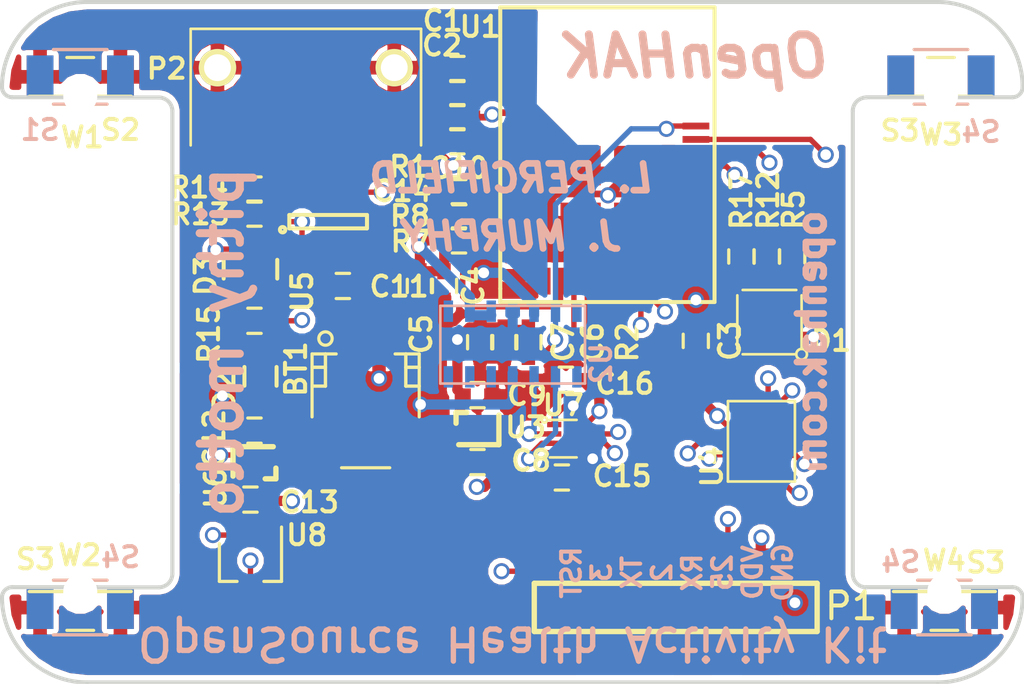
<source format=kicad_pcb>
(kicad_pcb (version 20171130) (host pcbnew "(5.0.1-3-g963ef8bb5)")
  (layers (0 F.Cu signal) (1 In1.Cu signal) (2 In2.Cu signal) (31 B.Cu signal) (34 B.Paste user hide) (35 F.Paste user hide) (36 B.SilkS user hide) (37 F.SilkS user hide) (38 B.Mask user hide) (39 F.Mask user hide) (44 Edge.Cuts user))
  (net 0 "")
  (net 1 GND)
  (net 2 VDD)
  (net 3 /SIM_RX)
  (net 4 /SIM_TX)
  (net 5 /SIM_RST)
  (net 6 "Net-(U1-Pad3)")
  (net 7 "Net-(U1-Pad5)")
  (net 8 "Net-(U1-Pad9)")
  (net 9 "Net-(U1-Pad10)")
  (net 10 "Net-(U1-Pad12)")
  (net 11 "Net-(U1-Pad13)")
  (net 12 "Net-(U1-Pad14)")
  (net 13 "Net-(U1-Pad15)")
  (net 14 "Net-(U1-Pad17)")
  (net 15 "Net-(U1-Pad20)")
  (net 16 "Net-(U1-Pad26)")
  (net 17 "Net-(U2-Pad8)")
  (net 18 "Net-(U2-Pad7)")
  (net 19 "Net-(U2-Pad6)")
  (net 20 "Net-(U2-Pad5)")
  (net 21 "Net-(U2-Pad1)")
  (net 22 "Net-(U2-Pad14)")
  (net 23 "Net-(BT1-Pad1)")
  (net 24 VPP)
  (net 25 /MAX_INT)
  (net 26 "Net-(U4-Pad11)")
  (net 27 "Net-(U4-Pad10)")
  (net 28 /BMI_INT2)
  (net 29 /BMI_INT1)
  (net 30 "Net-(U4-Pad3)")
  (net 31 "Net-(U4-Pad2)")
  (net 32 "Net-(U1-Pad29)")
  (net 33 "Net-(U1-Pad16)")
  (net 34 /B_LED)
  (net 35 /G_LED)
  (net 36 /R_LED)
  (net 37 "Net-(D1-Pad4)")
  (net 38 "Net-(D1-Pad2)")
  (net 39 "Net-(U1-Pad37)")
  (net 40 "Net-(D3-Pad3)")
  (net 41 "Net-(D3-Pad1)")
  (net 42 "Net-(P2-Pad2)")
  (net 43 "Net-(P2-Pad4)")
  (net 44 "Net-(P2-Pad3)")
  (net 45 "Net-(R13-Pad1)")
  (net 46 "Net-(R14-Pad1)")
  (net 47 "Net-(U1-Pad36)")
  (net 48 +1V8)
  (net 49 "Net-(D1-Pad3)")
  (net 50 "Net-(D3-Pad4)")
  (net 51 /1V8_SCL)
  (net 52 /3V3_SCL)
  (net 53 /1V8_SDA)
  (net 54 /3V3_SDA)
  (net 55 /V_SENSE)
  (net 56 "Net-(U1-Pad11)")
  (net 57 "Net-(U1-Pad18)")
  (net 58 "Net-(C10-Pad2)")
  (net 59 /PIN_3)
  (net 60 /PIN_2)
  (net 61 "Net-(U1-Pad31)")
  (net 62 /EN)
  (net 63 /PIN_25)
  (net 64 "Net-(U1-Pad32)")
  (module Capacitors_SMD:C_0402 (layer F.Cu) (at 130.76588 101.49386 180)
    (fp_text reference C12 (at 1.5 -0.3 270) (layer F.SilkS) (effects (font (size 0.75 0.75))))
    (fp_text value 1uF)
    (pad 2 smd rect (at 0.55 0 180) (size 0.6 0.5) (layers F.Cu F.Paste F.Mask) (net 24 VPP))
    (pad 1 smd rect (at -0.55 0 180) (size 0.6 0.5) (layers F.Cu F.Paste F.Mask) (net 1 GND))
  )
  (module "Solutions:MLF-4 1mm x 1mm" (layer F.Cu) (at 130.76588 102.69386 90)
    (fp_text reference U6 (at -0.95 -1.45 270) (layer F.SilkS) (effects (font (size 0.75 0.75))))
    (fp_text value MIC5365-3.0YMT-TZ)
    (pad 1 smd custom (at -0.3125 0.65 90) (size 0.25 0.01) (layers F.Cu F.Paste F.Mask) (net 2 VDD) (options (clearance outline) (anchor rect)) (primitives (gr_poly (pts (xy 0.125 0) (xy 0.125 -0.22) (xy -0.09 -0.4) (xy -0.125 -0.4) (xy -0.125 0)) (width 0))))
    (pad 3 smd custom (at 0.3125 -0.65 270) (size 0.25 0.01) (layers F.Cu F.Paste F.Mask) (net 62 /EN) (options (clearance outline) (anchor rect)) (primitives (gr_poly (pts (xy 0.125 0) (xy 0.125 -0.22) (xy -0.09 -0.4) (xy -0.125 -0.4) (xy -0.125 0)) (width 0))))
    (pad 2 smd custom (at 0.3125 0.65 90) (size 0.25 0.01) (layers F.Cu F.Paste F.Mask) (net 1 GND) (options (clearance outline) (anchor rect)) (primitives (gr_poly (pts (xy 0.125 0) (xy 0.125 -0.4) (xy 0.09 -0.4) (xy -0.125 -0.22) (xy -0.125 0)) (width 0))))
    (pad 4 smd custom (at -0.3125 -0.65 270) (size 0.25 0.01) (layers F.Cu F.Paste F.Mask) (net 24 VPP) (options (clearance outline) (anchor rect)) (primitives (gr_poly (pts (xy 0.125 0) (xy 0.125 -0.4) (xy 0.09 -0.4) (xy -0.125 -0.22) (xy -0.125 0)) (width 0))))
    (pad 5 smd rect (at 0 0 135) (size 0.48 0.48) (layers F.Cu F.Paste F.Mask) (net 1 GND))
  )
  (module TO_SOT_Packages_SMD:SOT-323_SC-70 (layer F.Cu) (at 130.61588 106.39386 270)
    (fp_text reference U8 (at -1 -2.1) (layer F.SilkS) (effects (font (size 0.75 0.75))))
    (fp_text value MAX809SQ308T1G)
    (pad 3 smd rect (at 1 0 180) (size 0.45 0.7) (layers F.Cu F.Paste F.Mask) (net 24 VPP))
    (pad 2 smd rect (at -1 0.65 180) (size 0.45 0.7) (layers F.Cu F.Paste F.Mask) (net 62 /EN))
    (pad 1 smd rect (at -1 -0.65 180) (size 0.45 0.7) (layers F.Cu F.Paste F.Mask) (net 1 GND))
  )
  (module Solutions:X2SON8_1.4mm_x_1mm (layer F.Cu) (at 142.29088 101.79386 270)
    (fp_text reference U7 (at -1.25 0) (layer F.SilkS) (effects (font (size 0.75 0.75))))
    (fp_text value TXS0102DQER)
    (pad 8 smd rect (at -0.525 -0.335 270) (size 0.2 0.53) (layers F.Cu F.Mask) (net 2 VDD) (clearance 0.1))
    (pad 7 smd rect (at -0.175 -0.335 270) (size 0.2 0.53) (layers F.Cu F.Mask) (net 54 /3V3_SDA) (clearance 0.1))
    (pad 6 smd rect (at 0.175 -0.335 270) (size 0.2 0.53) (layers F.Cu F.Mask) (net 52 /3V3_SCL) (clearance 0.1))
    (pad 5 smd rect (at 0.525 -0.335 270) (size 0.2 0.53) (layers F.Cu F.Mask) (net 48 +1V8) (clearance 0.1))
    (pad 4 smd rect (at 0.525 0.335 270) (size 0.2 0.53) (layers F.Cu F.Mask) (net 1 GND) (clearance 0.1))
    (pad 3 smd rect (at 0.175 0.335 270) (size 0.2 0.53) (layers F.Cu F.Mask) (net 51 /1V8_SCL) (clearance 0.1))
    (pad 2 smd rect (at -0.175 0.335 270) (size 0.2 0.53) (layers F.Cu F.Mask) (net 53 /1V8_SDA) (clearance 0.1))
    (pad 1 smd rect (at -0.525 0.335 270) (size 0.2 0.53) (layers F.Cu F.Mask) (net 48 +1V8) (clearance 0.1))
  )
  (module Solutions:MAX30100 (layer B.Cu) (at 142.80388 99.33686 90)
    (fp_text reference U2 (at 0.343725 0.900669 270) (layer B.SilkS) (effects (font (size 0.75 0.75)) (justify mirror)))
    (fp_text value MAX30100)
    (pad 14 smd rect (at 2.15 0 90) (size 0.8 0.35) (drill (offset 0.15 0)) (layers B.Cu B.Paste B.Mask) (net 22 "Net-(U2-Pad14)"))
    (pad 13 smd rect (at 2.15 -0.8 90) (size 0.8 0.35) (drill (offset 0.15 0)) (layers B.Cu B.Paste B.Mask) (net 25 /MAX_INT))
    (pad 12 smd rect (at 2.15 -1.6 90) (size 0.8 0.35) (drill (offset 0.15 0)) (layers B.Cu B.Paste B.Mask) (net 1 GND))
    (pad 11 smd rect (at 2.15 -2.4 90) (size 0.8 0.35) (drill (offset 0.15 0)) (layers B.Cu B.Paste B.Mask) (net 48 +1V8))
    (pad 10 smd rect (at 2.15 -3.2 90) (size 0.8 0.35) (drill (offset 0.15 0)) (layers B.Cu B.Paste B.Mask) (net 24 VPP))
    (pad 9 smd rect (at 2.15 -4 90) (size 0.8 0.35) (drill (offset 0.15 0)) (layers B.Cu B.Paste B.Mask) (net 24 VPP))
    (pad 8 smd rect (at 2.15 -4.8 90) (size 0.8 0.35) (drill (offset 0.15 0)) (layers B.Cu B.Paste B.Mask) (net 17 "Net-(U2-Pad8)"))
    (pad 7 smd rect (at 0 -4.8 90) (size 0.8 0.35) (drill (offset -0.15 0)) (layers B.Cu B.Paste B.Mask) (net 18 "Net-(U2-Pad7)"))
    (pad 6 smd rect (at 0 -4 90) (size 0.8 0.35) (drill (offset -0.15 0)) (layers B.Cu B.Paste B.Mask) (net 19 "Net-(U2-Pad6)"))
    (pad 5 smd rect (at 0 -3.2 90) (size 0.8 0.35) (drill (offset -0.15 0)) (layers B.Cu B.Paste B.Mask) (net 20 "Net-(U2-Pad5)"))
    (pad 4 smd rect (at 0 -2.4 90) (size 0.8 0.35) (drill (offset -0.15 0)) (layers B.Cu B.Paste B.Mask) (net 1 GND))
    (pad 3 smd rect (at 0 -1.6 90) (size 0.8 0.35) (drill (offset -0.15 0)) (layers B.Cu B.Paste B.Mask) (net 53 /1V8_SDA))
    (pad 2 smd rect (at 0 -0.8 90) (size 0.8 0.35) (drill (offset -0.15 0)) (layers B.Cu B.Paste B.Mask) (net 51 /1V8_SCL))
    (pad 1 smd rect (at 0 0 90) (size 0.8 0.35) (drill (offset -0.15 0)) (layers B.Cu B.Paste B.Mask) (net 21 "Net-(U2-Pad1)"))
  )
  (module Capacitors_SMD:C_0402 (layer F.Cu) (at 140.09088 98.19386 90)
    (fp_text reference C7 (at 0 2.2 90) (layer F.SilkS) (effects (font (size 0.75 0.75))))
    (fp_text value 0.1uF)
    (pad 1 smd rect (at -0.55 0 90) (size 0.6 0.5) (layers F.Cu F.Paste F.Mask) (net 1 GND))
    (pad 2 smd rect (at 0.55 0 90) (size 0.6 0.5) (layers F.Cu F.Paste F.Mask) (net 48 +1V8))
  )
  (module Capacitors_SMD:C_0402 (layer F.Cu) (at 139.09088 102.66886)
    (fp_text reference C8 (at 2 -0.05 180) (layer F.SilkS) (effects (font (size 0.75 0.75))))
    (fp_text value 1uF)
    (pad 2 smd rect (at 0.55 0) (size 0.6 0.5) (layers F.Cu F.Paste F.Mask) (net 2 VDD))
    (pad 1 smd rect (at -0.55 0) (size 0.6 0.5) (layers F.Cu F.Paste F.Mask) (net 1 GND))
  )
  (module Solutions:RFD77101 (layer F.Cu) (at 143.94088 91.19386)
    (fp_text reference U1 (at -4.75 -4.775) (layer F.SilkS) (effects (font (size 0.75 0.75))))
    (fp_text value rfd_77101)
    (pad 42 smd rect (at -0.76 -0.08) (size 1.01 0.49) (layers F.Cu F.Paste F.Mask) (net 1 GND))
    (pad 42 smd trapezoid (at -1.28 -0.09) (size 0.48 0.47) (rect_delta 0 0.47) (layers F.Cu F.Paste F.Mask) (net 1 GND))
    (pad 45 smd rect (at 1 0.42) (size 1.5 1.5) (layers F.Cu F.Paste F.Mask) (net 1 GND))
    (pad 44 smd rect (at 1 2.54) (size 1.5 1.5) (layers F.Cu F.Paste F.Mask) (net 1 GND))
    (pad 43 smd rect (at -1 2.54) (size 1.5 1.5) (layers F.Cu F.Paste F.Mask) (net 1 GND))
    (pad 42 smd rect (at -1 0.635) (size 1.5 1.01) (layers F.Cu F.Paste F.Mask) (net 1 GND))
    (pad 41 smd rect (at 3.305 -1.07) (size 1 0.254) (layers F.Cu F.Paste F.Mask) (net 25 /MAX_INT))
    (pad 40 smd rect (at 3.305 -0.57) (size 1 0.254) (layers F.Cu F.Paste F.Mask) (net 29 /BMI_INT1))
    (pad 39 smd rect (at 3.305 -0.07) (size 1 0.254) (layers F.Cu F.Paste F.Mask) (net 28 /BMI_INT2))
    (pad 38 smd rect (at 3.305 0.43) (size 1 0.254) (layers F.Cu F.Paste F.Mask) (net 63 /PIN_25))
    (pad 37 smd rect (at 3.305 0.93) (size 1 0.254) (layers F.Cu F.Paste F.Mask) (net 39 "Net-(U1-Pad37)"))
    (pad 36 smd rect (at 3.305 1.43) (size 1 0.254) (layers F.Cu F.Paste F.Mask) (net 47 "Net-(U1-Pad36)"))
    (pad 35 smd rect (at 3.305 1.93) (size 1 0.254) (layers F.Cu F.Paste F.Mask) (net 36 /R_LED))
    (pad 34 smd rect (at 3.305 2.43) (size 1 0.254) (layers F.Cu F.Paste F.Mask) (net 35 /G_LED))
    (pad 33 smd rect (at 3.305 2.93) (size 1 0.254) (layers F.Cu F.Paste F.Mask) (net 34 /B_LED))
    (pad 32 smd rect (at 3.305 3.43) (size 1 0.254) (layers F.Cu F.Paste F.Mask) (net 64 "Net-(U1-Pad32)"))
    (pad 31 smd rect (at 3.305 3.93) (size 1 0.254) (layers F.Cu F.Paste F.Mask) (net 61 "Net-(U1-Pad31)"))
    (pad 30 smd rect (at 3.305 4.43) (size 1 0.254) (layers F.Cu F.Paste F.Mask) (net 1 GND))
    (pad 29 smd rect (at 2.25 4.72) (size 0.254 1) (layers F.Cu F.Paste F.Mask) (net 32 "Net-(U1-Pad29)"))
    (pad 28 smd rect (at 1.75 4.72) (size 0.254 1) (layers F.Cu F.Paste F.Mask) (net 52 /3V3_SCL))
    (pad 27 smd rect (at 1.25 4.72) (size 0.254 1) (layers F.Cu F.Paste F.Mask) (net 54 /3V3_SDA))
    (pad 26 smd rect (at 0.75 4.72) (size 0.254 1) (layers F.Cu F.Paste F.Mask) (net 16 "Net-(U1-Pad26)"))
    (pad 25 smd rect (at 0.25 4.72) (size 0.254 1) (layers F.Cu F.Paste F.Mask) (net 3 /SIM_RX))
    (pad 24 smd rect (at -0.25 4.72) (size 0.254 1) (layers F.Cu F.Paste F.Mask) (net 60 /PIN_2))
    (pad 23 smd rect (at -0.75 4.72) (size 0.254 1) (layers F.Cu F.Paste F.Mask) (net 4 /SIM_TX))
    (pad 22 smd rect (at -1.25 4.72) (size 0.254 1) (layers F.Cu F.Paste F.Mask) (net 59 /PIN_3))
    (pad 21 smd rect (at -1.75 4.72) (size 0.254 1) (layers F.Cu F.Paste F.Mask) (net 55 /V_SENSE))
    (pad 20 smd rect (at -2.25 4.72) (size 0.254 1) (layers F.Cu F.Paste F.Mask) (net 15 "Net-(U1-Pad20)"))
    (pad 19 smd rect (at -3.305 4.43) (size 1 0.254) (layers F.Cu F.Paste F.Mask) (net 1 GND))
    (pad 18 smd rect (at -3.305 3.93) (size 1 0.254) (layers F.Cu F.Paste F.Mask) (net 57 "Net-(U1-Pad18)"))
    (pad 17 smd rect (at -3.305 3.43) (size 1 0.254) (layers F.Cu F.Paste F.Mask) (net 14 "Net-(U1-Pad17)"))
    (pad 16 smd rect (at -3.305 2.93) (size 1 0.254) (layers F.Cu F.Paste F.Mask) (net 33 "Net-(U1-Pad16)"))
    (pad 15 smd rect (at -3.305 2.43) (size 1 0.254) (layers F.Cu F.Paste F.Mask) (net 13 "Net-(U1-Pad15)"))
    (pad 14 smd rect (at -3.305 1.93) (size 1 0.254) (layers F.Cu F.Paste F.Mask) (net 12 "Net-(U1-Pad14)"))
    (pad 13 smd rect (at -3.305 1.43) (size 1 0.254) (layers F.Cu F.Paste F.Mask) (net 11 "Net-(U1-Pad13)"))
    (pad 12 smd rect (at -3.305 0.93) (size 1 0.254) (layers F.Cu F.Paste F.Mask) (net 10 "Net-(U1-Pad12)"))
    (pad 11 smd rect (at -3.305 0.43) (size 1 0.254) (layers F.Cu F.Paste F.Mask) (net 56 "Net-(U1-Pad11)"))
    (pad 10 smd rect (at -3.305 -0.07) (size 1 0.254) (layers F.Cu F.Paste F.Mask) (net 9 "Net-(U1-Pad10)"))
    (pad 9 smd rect (at -3.305 -0.57) (size 1 0.254) (layers F.Cu F.Paste F.Mask) (net 8 "Net-(U1-Pad9)"))
    (pad 8 smd rect (at -3.305 -1.07) (size 1 0.254) (layers F.Cu F.Paste F.Mask) (net 5 /SIM_RST))
    (pad 7 smd rect (at -3.305 -1.57) (size 1 0.254) (layers F.Cu F.Paste F.Mask) (net 2 VDD))
    (pad 6 smd rect (at -3.305 -2.07) (size 1 0.254) (layers F.Cu F.Paste F.Mask) (net 1 GND))
    (pad 5 smd rect (at -3.305 -2.57) (size 1 0.254) (layers F.Cu F.Paste F.Mask) (net 7 "Net-(U1-Pad5)"))
    (pad 4 smd rect (at -3.305 -3.07) (size 1 0.254) (layers F.Cu F.Paste F.Mask) (net 1 GND))
    (pad 3 smd rect (at -3.305 -3.57) (size 1 0.254) (layers F.Cu F.Paste F.Mask) (net 6 "Net-(U1-Pad3)"))
    (pad 2 smd rect (at -3.305 -4.07) (size 1 0.254) (layers F.Cu F.Paste F.Mask) (net 1 GND))
    (pad 1 smd rect (at -3.305 -4.57) (size 1 0.254) (layers F.Cu F.Paste F.Mask) (net 1 GND))
  )
  (module Capacitors_SMD:C_1206 (layer F.Cu) (at 156.39288 88.28786)
    (fp_text reference S3 (at -1.527 2.006) (layer F.SilkS) (effects (font (size 0.75 0.75))))
    (fp_text value C_1206)
    (pad 1 smd rect (at -1.5 0) (size 1 1.6) (layers F.Cu F.Paste F.Mask) (net 1 GND))
    (pad 2 smd rect (at 1.5 0) (size 1 1.6) (layers F.Cu F.Paste F.Mask) (net 1 GND))
  )
  (module Capacitors_SMD:C_1206 (layer B.Cu) (at 156.39288 88.28786)
    (fp_text reference S4 (at 1.498 2.056) (layer B.SilkS) (effects (font (size 0.75 0.75)) (justify mirror)))
    (fp_text value C_1206)
    (pad 1 smd rect (at -1.5 0) (size 1 1.6) (layers B.Cu B.Paste B.Mask) (net 1 GND))
    (pad 2 smd rect (at 1.5 0) (size 1 1.6) (layers B.Cu B.Paste B.Mask) (net 1 GND))
  )
  (module Capacitors_SMD:C_1206 (layer B.Cu) (at 156.51988 108.09986)
    (fp_text reference S4 (at -1.629 -1.706) (layer B.SilkS) (effects (font (size 0.75 0.75)) (justify mirror)))
    (fp_text value C_1206)
    (pad 1 smd rect (at -1.5 0) (size 1 1.6) (layers B.Cu B.Paste B.Mask) (net 1 GND))
    (pad 2 smd rect (at 1.5 0) (size 1 1.6) (layers B.Cu B.Paste B.Mask) (net 1 GND))
  )
  (module Capacitors_SMD:C_1206 (layer F.Cu) (at 156.51988 108.09986)
    (fp_text reference S3 (at 1.546 -1.681) (layer F.SilkS) (effects (font (size 0.75 0.75))))
    (fp_text value C_1206)
    (pad 1 smd rect (at -1.5 0) (size 1 1.6) (layers F.Cu F.Paste F.Mask) (net 1 GND))
    (pad 2 smd rect (at 1.5 0) (size 1 1.6) (layers F.Cu F.Paste F.Mask) (net 1 GND))
  )
  (module Capacitors_SMD:C_1206 (layer F.Cu) (at 124.26188 108.09986)
    (fp_text reference S3 (at -1.671 -1.806) (layer F.SilkS) (effects (font (size 0.75 0.75))))
    (fp_text value C_1206)
    (pad 1 smd rect (at -1.5 0) (size 1 1.6) (layers F.Cu F.Paste F.Mask) (net 1 GND))
    (pad 2 smd rect (at 1.5 0) (size 1 1.6) (layers F.Cu F.Paste F.Mask) (net 1 GND))
  )
  (module Capacitors_SMD:C_1206 (layer B.Cu) (at 124.26188 108.09986)
    (fp_text reference S4 (at 1.504 -1.881) (layer B.SilkS) (effects (font (size 0.75 0.75)) (justify mirror)))
    (fp_text value C_1206)
    (pad 1 smd rect (at -1.5 0) (size 1 1.6) (layers B.Cu B.Paste B.Mask) (net 1 GND))
    (pad 2 smd rect (at 1.5 0) (size 1 1.6) (layers B.Cu B.Paste B.Mask) (net 1 GND))
  )
  (module Capacitors_SMD:C_1206 (layer B.Cu) (at 124.26188 88.28786)
    (fp_text reference S1 (at -1.496 1.981) (layer B.SilkS) (effects (font (size 0.75 0.75)) (justify mirror)))
    (fp_text value C_1206)
    (pad 1 smd rect (at -1.5 0) (size 1 1.6) (layers B.Cu B.Paste B.Mask) (net 1 GND))
    (pad 2 smd rect (at 1.5 0) (size 1 1.6) (layers B.Cu B.Paste B.Mask) (net 1 GND))
  )
  (module Capacitors_SMD:C_0603 (layer F.Cu) (at 130.99088 99.46886 90)
    (fp_text reference D2 (at -0.55 -1.35 90) (layer F.SilkS) (effects (font (size 0.75 0.75))))
    (fp_text value D_Schottky)
    (pad 1 smd rect (at -0.75 0 90) (size 0.8 0.75) (layers F.Cu F.Paste F.Mask) (net 24 VPP))
    (pad 2 smd rect (at 0.75 0 90) (size 0.8 0.75) (layers F.Cu F.Paste F.Mask) (net 23 "Net-(BT1-Pad1)"))
  )
  (module Solutions:LGA_2.5x3 (layer F.Cu) (at 149.69088 101.89386 90)
    (fp_text reference U4 (at -0.95 -1.85 90) (layer F.SilkS) (effects (font (size 0.75 0.75))))
    (fp_text value BMI160)
    (pad 5 smd rect (at -0.5 1.0125 90) (size 0.25 0.675) (layers F.Cu F.Paste F.Mask) (net 2 VDD))
    (pad 6 smd rect (at 0 1.0125 90) (size 0.25 0.675) (layers F.Cu F.Paste F.Mask) (net 1 GND))
    (pad 7 smd rect (at 0.5 1.0125 90) (size 0.25 0.675) (layers F.Cu F.Paste F.Mask) (net 1 GND))
    (pad 12 smd rect (at 0.5 -1.0125 90) (size 0.25 0.675) (layers F.Cu F.Paste F.Mask) (net 2 VDD))
    (pad 14 smd rect (at -0.5 -1.0125 90) (size 0.25 0.675) (layers F.Cu F.Paste F.Mask) (net 54 /3V3_SDA))
    (pad 11 smd rect (at 1.2625 -0.75 90) (size 0.675 0.25) (layers F.Cu F.Paste F.Mask) (net 26 "Net-(U4-Pad11)"))
    (pad 10 smd rect (at 1.2625 -0.25 90) (size 0.675 0.25) (layers F.Cu F.Paste F.Mask) (net 27 "Net-(U4-Pad10)"))
    (pad 9 smd rect (at 1.2625 0.25 90) (size 0.675 0.25) (layers F.Cu F.Paste F.Mask) (net 28 /BMI_INT2))
    (pad 8 smd rect (at 1.2625 0.75 90) (size 0.675 0.25) (layers F.Cu F.Paste F.Mask) (net 2 VDD))
    (pad 4 smd rect (at -1.2625 0.75 90) (size 0.675 0.25) (layers F.Cu F.Paste F.Mask) (net 29 /BMI_INT1))
    (pad 3 smd rect (at -1.2625 0.25 90) (size 0.675 0.25) (layers F.Cu F.Paste F.Mask) (net 30 "Net-(U4-Pad3)"))
    (pad 2 smd rect (at -1.2625 -0.25 90) (size 0.675 0.25) (layers F.Cu F.Paste F.Mask) (net 31 "Net-(U4-Pad2)"))
    (pad 1 smd rect (at -1.2625 -0.75 90) (size 0.675 0.25) (layers F.Cu F.Paste F.Mask) (net 1 GND))
    (pad 13 smd rect (at 0 -1.0125 90) (size 0.25 0.675) (layers F.Cu F.Paste F.Mask) (net 52 /3V3_SCL))
  )
  (module Solutions:0606_Bi-Color (layer F.Cu) (at 130.59088 95.46886 270)
    (fp_text reference D3 (at 0.25 1.65 270) (layer F.SilkS) (effects (font (size 0.75 0.75))))
    (fp_text value 18-225SURSYGC/S530-A4/E4/TR8)
    (pad 4 smd rect (at 0.75 0.425 270) (size 0.8 0.65) (layers F.Cu F.Paste F.Mask) (net 50 "Net-(D3-Pad4)"))
    (pad 3 smd rect (at -0.75 0.425 270) (size 0.8 0.65) (layers F.Cu F.Paste F.Mask) (net 40 "Net-(D3-Pad3)"))
    (pad 1 smd rect (at -0.75 -0.425 270) (size 0.8 0.65) (layers F.Cu F.Paste F.Mask) (net 41 "Net-(D3-Pad1)"))
    (pad 2 smd rect (at 0.75 -0.425 270) (size 0.8 0.65) (layers F.Cu F.Paste F.Mask) (net 1 GND))
  )
  (module TO_SOT_Packages_SMD:SOT-23-5 (layer F.Cu) (at 133.51588 93.69386 90)
    (fp_text reference U5 (at -2.61 -0.97 90) (layer F.SilkS) (effects (font (size 0.75 0.75))))
    (fp_text value MCP73831T-2ATI/OT)
    (pad 1 smd rect (at -1.1 -0.95 90) (size 1.06 0.65) (layers F.Cu F.Paste F.Mask) (net 45 "Net-(R13-Pad1)"))
    (pad 2 smd rect (at -1.1 0 90) (size 1.06 0.65) (layers F.Cu F.Paste F.Mask) (net 1 GND))
    (pad 3 smd rect (at -1.1 0.95 90) (size 1.06 0.65) (layers F.Cu F.Paste F.Mask) (net 23 "Net-(BT1-Pad1)"))
    (pad 4 smd rect (at 1.1 0.95 90) (size 1.06 0.65) (layers F.Cu F.Paste F.Mask) (net 40 "Net-(D3-Pad3)"))
    (pad 5 smd rect (at 1.1 -0.95 90) (size 1.06 0.65) (layers F.Cu F.Paste F.Mask) (net 46 "Net-(R14-Pad1)"))
  )
  (module Solutions:10118193_microUSB (layer F.Cu) (at 132.68422 87.945647 180)
    (fp_text reference P2 (at 5.19654 -0.037413 180) (layer F.SilkS) (effects (font (size 0.75 0.75))))
    (fp_text value USB_OTG)
    (pad 10 thru_hole oval (at -3.3 0 180) (size 1.4 1.4) (drill 1) (layers *.Cu *.Mask F.SilkS) (net 1 GND))
    (pad 9 smd rect (at 1.2 0 180) (size 1.9 1.9) (layers F.Cu F.Paste F.Mask) (net 1 GND))
    (pad 7 smd rect (at 3.2 -2.45 180) (size 1.6 1.4) (layers F.Cu F.Paste F.Mask) (net 1 GND))
    (pad 1 smd rect (at -1.3 -2.675 180) (size 0.4 1.35) (layers F.Cu F.Paste F.Mask) (net 40 "Net-(D3-Pad3)"))
    (pad 2 smd rect (at -0.65 -2.675 180) (size 0.4 1.35) (layers F.Cu F.Paste F.Mask) (net 42 "Net-(P2-Pad2)"))
    (pad 5 smd rect (at 1.3 -2.675 180) (size 0.4 1.35) (layers F.Cu F.Paste F.Mask) (net 1 GND))
    (pad 4 smd rect (at 0.65 -2.675 180) (size 0.4 1.35) (layers F.Cu F.Paste F.Mask) (net 43 "Net-(P2-Pad4)"))
    (pad 3 smd rect (at 0 -2.675 180) (size 0.4 1.35) (layers F.Cu F.Paste F.Mask) (net 44 "Net-(P2-Pad3)"))
    (pad 6 smd rect (at -3.2 -2.45 180) (size 1.6 1.4) (layers F.Cu F.Paste F.Mask) (net 1 GND))
    (pad 8 smd rect (at -1.2 0 180) (size 1.9 1.9) (layers F.Cu F.Paste F.Mask) (net 1 GND))
    (pad 11 thru_hole oval (at 3.3 0 180) (size 1.4 1.4) (drill 1) (layers *.Cu *.Mask F.SilkS) (net 1 GND))
  )
  (module Solutions:CLMVB-FKA-CFHEHLCBB7a363 (layer F.Cu) (at 149.99088 97.443861 270)
    (fp_text reference D1 (at 0.7 -2.3 180) (layer F.SilkS) (effects (font (size 0.75 0.75))))
    (fp_text value ASMB-KTF0-0A306)
    (pad 1 smd rect (at 0.55 -0.75 270) (size 0.8 1) (layers F.Cu F.Paste F.Mask) (net 2 VDD))
    (pad 2 smd rect (at 0.55 0.75 270) (size 0.8 1) (layers F.Cu F.Paste F.Mask) (net 38 "Net-(D1-Pad2)"))
    (pad 3 smd rect (at -0.55 0.75 270) (size 0.8 1) (layers F.Cu F.Paste F.Mask) (net 49 "Net-(D1-Pad3)"))
    (pad 4 smd rect (at -0.55 -0.75 270) (size 0.8 1) (layers F.Cu F.Paste F.Mask) (net 37 "Net-(D1-Pad4)"))
  )
  (module Capacitors_SMD:C_1206 (layer F.Cu) (at 124.26188 88.28786)
    (fp_text reference S2 (at 1.504 1.981) (layer F.SilkS) (effects (font (size 0.75 0.75))))
    (fp_text value C_1206)
    (pad 1 smd rect (at -1.5 0) (size 1 1.6) (layers F.Cu F.Paste F.Mask) (net 1 GND))
    (pad 2 smd rect (at 1.5 0) (size 1 1.6) (layers F.Cu F.Paste F.Mask) (net 1 GND))
  )
  (module Solutions:Watch_Pin_50mil (layer F.Cu) (at 156.39288 88.41486)
    (fp_text reference W3 (at -0.002 2.029) (layer F.SilkS) (effects (font (size 0.75 0.75))))
    (fp_text value Watch_Pin_50mil)
    (pad "" np_thru_hole circle (at 0 0.6) (size 1.27 1.27) (drill 1.27) (layers *.Cu))
  )
  (module Solutions:Watch_Pin_50mil (layer F.Cu) (at 156.51988 108.09986 180)
    (fp_text reference W4 (at 0 1.756 180) (layer F.SilkS) (effects (font (size 0.75 0.75))))
    (fp_text value Watch_Pin_50mil)
    (pad "" np_thru_hole circle (at 0 0.6 180) (size 1.27 1.27) (drill 1.27) (layers *.Cu))
  )
  (module Solutions:Watch_Pin_50mil (layer F.Cu) (at 124.26188 108.09986 180)
    (fp_text reference W2 (at 0.021 1.956 180) (layer F.SilkS) (effects (font (size 0.75 0.75))))
    (fp_text value Watch_Pin_50mil)
    (pad "" np_thru_hole circle (at 0 0.6 180) (size 1.27 1.27) (drill 1.27) (layers *.Cu))
  )
  (module Solutions:Watch_Pin_50mil (layer F.Cu) (at 124.26188 88.41486)
    (fp_text reference W1 (at 0.079 2.129) (layer F.SilkS) (effects (font (size 0.75 0.75))))
    (fp_text value Watch_Pin_50mil)
    (pad "" np_thru_hole circle (at 0 0.6) (size 1.27 1.27) (drill 1.27) (layers *.Cu))
  )
  (module Connectors_JST:JST_SH_SM02B-SRSS-TB_02x1.00mm_Angled (layer F.Cu) (at 134.91588 100.24386)
    (fp_text reference BT1 (at -2.6 -1.05 90) (layer F.SilkS) (effects (font (size 0.75 0.75))))
    (fp_text value Battery)
    (pad 1 smd rect (at -0.5 -1.9375) (size 0.6 1.55) (layers F.Cu F.Paste F.Mask) (net 23 "Net-(BT1-Pad1)"))
    (pad 2 smd rect (at 0.5 -1.9375) (size 0.6 1.55) (layers F.Cu F.Paste F.Mask) (net 1 GND))
    (pad "" smd rect (at -1.8 1.9375) (size 1.2 1.8) (layers F.Cu F.Paste F.Mask) (net 1 GND))
    (pad "" smd rect (at 1.8 1.9375) (size 1.2 1.8) (layers F.Cu F.Paste F.Mask) (net 1 GND))
  )
  (module Capacitors_SMD:C_0402 (layer F.Cu) (at 138.34088 87.99386)
    (fp_text reference C1 (at -0.55 -1.8) (layer F.SilkS) (effects (font (size 0.75 0.75))))
    (fp_text value 0.1uF)
    (pad 2 smd rect (at 0.55 0) (size 0.6 0.5) (layers F.Cu F.Paste F.Mask) (net 2 VDD))
    (pad 1 smd rect (at -0.55 0) (size 0.6 0.5) (layers F.Cu F.Paste F.Mask) (net 1 GND))
  )
  (module Capacitors_SMD:C_0402 (layer F.Cu) (at 138.34088 88.89386)
    (fp_text reference C2 (at -0.575 -1.775) (layer F.SilkS) (effects (font (size 0.75 0.75))))
    (fp_text value 1uF)
    (pad 1 smd rect (at -0.55 0) (size 0.6 0.5) (layers F.Cu F.Paste F.Mask) (net 1 GND))
    (pad 2 smd rect (at 0.55 0) (size 0.6 0.5) (layers F.Cu F.Paste F.Mask) (net 2 VDD))
  )
  (module Capacitors_SMD:C_0402 (layer F.Cu) (at 147.24088 98.14386 270)
    (fp_text reference C3 (at 0 -1.27 270) (layer F.SilkS) (effects (font (size 0.75 0.75))))
    (fp_text value 10uF)
    (pad 2 smd rect (at 0.55 0 270) (size 0.6 0.5) (layers F.Cu F.Paste F.Mask) (net 2 VDD))
    (pad 1 smd rect (at -0.55 0 270) (size 0.6 0.5) (layers F.Cu F.Paste F.Mask) (net 1 GND))
  )
  (module Capacitors_SMD:C_0402 (layer F.Cu) (at 137.84088 96.09386 270)
    (fp_text reference C4 (at 0 -1.1 270) (layer F.SilkS) (effects (font (size 0.75 0.75))))
    (fp_text value 1uF)
    (pad 2 smd rect (at 0.55 0 270) (size 0.6 0.5) (layers F.Cu F.Paste F.Mask) (net 1 GND))
    (pad 1 smd rect (at -0.55 0 270) (size 0.6 0.5) (layers F.Cu F.Paste F.Mask) (net 24 VPP))
  )
  (module Capacitors_SMD:C_0402 (layer F.Cu) (at 136.94088 96.09386 270)
    (fp_text reference C5 (at 1.8 -0.05 270) (layer F.SilkS) (effects (font (size 0.75 0.75))))
    (fp_text value 10uF)
    (pad 1 smd rect (at -0.55 0 270) (size 0.6 0.5) (layers F.Cu F.Paste F.Mask) (net 24 VPP))
    (pad 2 smd rect (at 0.55 0 270) (size 0.6 0.5) (layers F.Cu F.Paste F.Mask) (net 1 GND))
  )
  (module Capacitors_SMD:C_0402 (layer F.Cu) (at 139.19088 98.19386 270)
    (fp_text reference C6 (at 0 -4.2 270) (layer F.SilkS) (effects (font (size 0.75 0.75))))
    (fp_text value 1uF)
    (pad 2 smd rect (at 0.55 0 270) (size 0.6 0.5) (layers F.Cu F.Paste F.Mask) (net 1 GND))
    (pad 1 smd rect (at -0.55 0 270) (size 0.6 0.5) (layers F.Cu F.Paste F.Mask) (net 48 +1V8))
  )
  (module Capacitors_SMD:C_0402 (layer F.Cu) (at 139.09088 100.16886 180)
    (fp_text reference C9 (at -1.85 0 180) (layer F.SilkS) (effects (font (size 0.75 0.75))))
    (fp_text value 1uF)
    (pad 1 smd rect (at -0.55 0 180) (size 0.6 0.5) (layers F.Cu F.Paste F.Mask) (net 1 GND))
    (pad 2 smd rect (at 0.55 0 180) (size 0.6 0.5) (layers F.Cu F.Paste F.Mask) (net 48 +1V8))
  )
  (module Capacitors_SMD:C_0402 (layer F.Cu) (at 138.34088 90.69386 180)
    (fp_text reference C10 (at -0.05 -1 180) (layer F.SilkS) (effects (font (size 0.75 0.75))))
    (fp_text value 0.1uF)
    (pad 2 smd rect (at 0.55 0 180) (size 0.6 0.5) (layers F.Cu F.Paste F.Mask) (net 58 "Net-(C10-Pad2)"))
    (pad 1 smd rect (at -0.55 0 180) (size 0.6 0.5) (layers F.Cu F.Paste F.Mask) (net 5 /SIM_RST))
  )
  (module Capacitors_SMD:C_0402 (layer F.Cu) (at 134.06588 96.09386)
    (fp_text reference C11 (at 2.0984 0.0232) (layer F.SilkS) (effects (font (size 0.75 0.75))))
    (fp_text value 10uF)
    (pad 1 smd rect (at -0.55 0) (size 0.6 0.5) (layers F.Cu F.Paste F.Mask) (net 1 GND))
    (pad 2 smd rect (at 0.55 0) (size 0.6 0.5) (layers F.Cu F.Paste F.Mask) (net 23 "Net-(BT1-Pad1)"))
  )
  (module Capacitors_SMD:C_0402 (layer F.Cu) (at 130.61588 104.06886)
    (fp_text reference C13 (at 2.2 0.1) (layer F.SilkS) (effects (font (size 0.75 0.75))))
    (fp_text value 1uF)
    (pad 1 smd rect (at -0.55 0) (size 0.6 0.5) (layers F.Cu F.Paste F.Mask) (net 1 GND))
    (pad 2 smd rect (at 0.55 0) (size 0.6 0.5) (layers F.Cu F.Paste F.Mask) (net 2 VDD))
  )
  (module Capacitors_SMD:C_0402 (layer F.Cu) (at 138.41088 92.59386)
    (fp_text reference C14 (at -2.13 -0.04) (layer F.SilkS) (effects (font (size 0.75 0.75))))
    (fp_text value 1uF)
    (pad 1 smd rect (at -0.55 0) (size 0.6 0.5) (layers F.Cu F.Paste F.Mask) (net 1 GND))
    (pad 2 smd rect (at 0.55 0) (size 0.6 0.5) (layers F.Cu F.Paste F.Mask) (net 55 /V_SENSE))
  )
  (module Capacitors_SMD:C_0402 (layer F.Cu) (at 142.24088 103.24386)
    (fp_text reference C15 (at 2.25 -0.05) (layer F.SilkS) (effects (font (size 0.75 0.75))))
    (fp_text value 0.1uF)
    (pad 1 smd rect (at -0.55 0) (size 0.6 0.5) (layers F.Cu F.Paste F.Mask) (net 1 GND))
    (pad 2 smd rect (at 0.55 0) (size 0.6 0.5) (layers F.Cu F.Paste F.Mask) (net 48 +1V8))
  )
  (module Capacitors_SMD:C_0402 (layer F.Cu) (at 142.39088 99.59386)
    (fp_text reference C16 (at 2.2 0.15) (layer F.SilkS) (effects (font (size 0.75 0.75))))
    (fp_text value 0.1uF)
    (pad 2 smd rect (at 0.55 0) (size 0.6 0.5) (layers F.Cu F.Paste F.Mask) (net 2 VDD))
    (pad 1 smd rect (at -0.55 0) (size 0.6 0.5) (layers F.Cu F.Paste F.Mask) (net 1 GND))
  )
  (module Capacitors_SMD:C_0402 (layer F.Cu) (at 138.34088 89.79386 180)
    (fp_text reference R1 (at 1.8 -1.85 180) (layer F.SilkS) (effects (font (size 0.75 0.75))))
    (fp_text value 10K)
    (pad 2 smd rect (at 0.55 0 180) (size 0.6 0.5) (layers F.Cu F.Paste F.Mask) (net 5 /SIM_RST))
    (pad 1 smd rect (at -0.55 0 180) (size 0.6 0.5) (layers F.Cu F.Paste F.Mask) (net 2 VDD))
  )
  (module Capacitors_SMD:C_0402 (layer F.Cu) (at 140.99088 98.19386 270)
    (fp_text reference R2 (at 0 -3.7 270) (layer F.SilkS) (effects (font (size 0.75 0.75))))
    (fp_text value 10K)
    (pad 1 smd rect (at -0.55 0 270) (size 0.6 0.5) (layers F.Cu F.Paste F.Mask) (net 48 +1V8))
    (pad 2 smd rect (at 0.55 0 270) (size 0.6 0.5) (layers F.Cu F.Paste F.Mask) (net 25 /MAX_INT))
  )
  (module Capacitors_SMD:C_0402 (layer F.Cu) (at 150.84088 94.99386 90)
    (fp_text reference R5 (at 1.75 0.05 90) (layer F.SilkS) (effects (font (size 0.75 0.75))))
    (fp_text value 100R)
    (pad 1 smd rect (at -0.55 0 90) (size 0.6 0.5) (layers F.Cu F.Paste F.Mask) (net 37 "Net-(D1-Pad4)"))
    (pad 2 smd rect (at 0.55 0 90) (size 0.6 0.5) (layers F.Cu F.Paste F.Mask) (net 36 /R_LED))
  )
  (module Capacitors_SMD:C_0402 (layer F.Cu) (at 138.40088 94.39386 180)
    (fp_text reference R7 (at 1.8068 -0.0452 180) (layer F.SilkS) (effects (font (size 0.75 0.75))))
    (fp_text value 1M)
    (pad 2 smd rect (at 0.55 0 180) (size 0.6 0.5) (layers F.Cu F.Paste F.Mask) (net 24 VPP))
    (pad 1 smd rect (at -0.55 0 180) (size 0.6 0.5) (layers F.Cu F.Paste F.Mask) (net 55 /V_SENSE))
  )
  (module Capacitors_SMD:C_0402 (layer F.Cu) (at 138.39088 93.49386)
    (fp_text reference R8 (at -1.82 -0.01) (layer F.SilkS) (effects (font (size 0.75 0.75))))
    (fp_text value 1M)
    (pad 1 smd rect (at -0.55 0) (size 0.6 0.5) (layers F.Cu F.Paste F.Mask) (net 1 GND))
    (pad 2 smd rect (at 0.55 0) (size 0.6 0.5) (layers F.Cu F.Paste F.Mask) (net 55 /V_SENSE))
  )
  (module Capacitors_SMD:C_0402 (layer F.Cu) (at 149.89088 94.99386 90)
    (fp_text reference R12 (at 2.1 0.05 90) (layer F.SilkS) (effects (font (size 0.75 0.75))))
    (fp_text value 100R)
    (pad 2 smd rect (at 0.55 0 90) (size 0.6 0.5) (layers F.Cu F.Paste F.Mask) (net 35 /G_LED))
    (pad 1 smd rect (at -0.55 0 90) (size 0.6 0.5) (layers F.Cu F.Paste F.Mask) (net 49 "Net-(D1-Pad3)"))
  )
  (module Capacitors_SMD:C_0402 (layer F.Cu) (at 130.76588 93.39386 180)
    (fp_text reference R13 (at 2.025 -0.025) (layer F.SilkS) (effects (font (size 0.75 0.75))))
    (fp_text value 470)
    (pad 2 smd rect (at 0.55 0 180) (size 0.6 0.5) (layers F.Cu F.Paste F.Mask) (net 41 "Net-(D3-Pad1)"))
    (pad 1 smd rect (at -0.55 0 180) (size 0.6 0.5) (layers F.Cu F.Paste F.Mask) (net 45 "Net-(R13-Pad1)"))
  )
  (module Capacitors_SMD:C_0402 (layer F.Cu) (at 130.76588 92.49386 180)
    (fp_text reference R14 (at 2.075 0.075 180) (layer F.SilkS) (effects (font (size 0.75 0.75))))
    (fp_text value 10K)
    (pad 2 smd rect (at 0.55 0 180) (size 0.6 0.5) (layers F.Cu F.Paste F.Mask) (net 1 GND))
    (pad 1 smd rect (at -0.55 0 180) (size 0.6 0.5) (layers F.Cu F.Paste F.Mask) (net 46 "Net-(R14-Pad1)"))
  )
  (module Capacitors_SMD:C_0402 (layer F.Cu) (at 130.76588 97.39386 180)
    (fp_text reference R15 (at 1.7 -0.5 270) (layer F.SilkS) (effects (font (size 0.75 0.75))))
    (fp_text value 470)
    (pad 1 smd rect (at -0.55 0 180) (size 0.6 0.5) (layers F.Cu F.Paste F.Mask) (net 45 "Net-(R13-Pad1)"))
    (pad 2 smd rect (at 0.55 0 180) (size 0.6 0.5) (layers F.Cu F.Paste F.Mask) (net 50 "Net-(D3-Pad4)"))
  )
  (module Capacitors_SMD:C_0402 (layer F.Cu) (at 148.94088 94.99386 90)
    (fp_text reference R17 (at 2.1 0 90) (layer F.SilkS) (effects (font (size 0.75 0.75))))
    (fp_text value 100R)
    (pad 1 smd rect (at -0.55 0 90) (size 0.6 0.5) (layers F.Cu F.Paste F.Mask) (net 38 "Net-(D1-Pad2)"))
    (pad 2 smd rect (at 0.55 0 90) (size 0.6 0.5) (layers F.Cu F.Paste F.Mask) (net 34 /B_LED))
  )
  (module "Solutions:MLF-4 1mm x 1mm" (layer F.Cu) (at 139.09088 101.418861 270)
    (fp_text reference U3 (at -0.05 -1.8) (layer F.SilkS) (effects (font (size 0.75 0.75))))
    (fp_text value MIC5365-1.8YMT-TZ)
    (pad 5 smd rect (at 0 0 315) (size 0.48 0.48) (layers F.Cu F.Paste F.Mask) (net 1 GND))
    (pad 4 smd custom (at -0.3125 -0.65 90) (size 0.25 0.01) (layers F.Cu F.Paste F.Mask) (net 2 VDD) (options (clearance outline) (anchor rect)) (primitives (gr_poly (pts (xy 0.125 0) (xy 0.125 -0.4) (xy 0.09 -0.4) (xy -0.125 -0.22) (xy -0.125 0)) (width 0))))
    (pad 2 smd custom (at 0.3125 0.65 270) (size 0.25 0.01) (layers F.Cu F.Paste F.Mask) (net 1 GND) (options (clearance outline) (anchor rect)) (primitives (gr_poly (pts (xy 0.125 0) (xy 0.125 -0.4) (xy 0.09 -0.4) (xy -0.125 -0.22) (xy -0.125 0)) (width 0))))
    (pad 3 smd custom (at 0.3125 -0.65 90) (size 0.25 0.01) (layers F.Cu F.Paste F.Mask) (net 2 VDD) (options (clearance outline) (anchor rect)) (primitives (gr_poly (pts (xy 0.125 0) (xy 0.125 -0.22) (xy -0.09 -0.4) (xy -0.125 -0.4) (xy -0.125 0)) (width 0))))
    (pad 1 smd custom (at -0.3125 0.65 270) (size 0.25 0.01) (layers F.Cu F.Paste F.Mask) (net 48 +1V8) (options (clearance outline) (anchor rect)) (primitives (gr_poly (pts (xy 0.125 0) (xy 0.125 -0.22) (xy -0.09 -0.4) (xy -0.125 -0.4) (xy -0.125 0)) (width 0))))
  )
  (module Solutions:M50-3140845_1x8_SMT_F (layer F.Cu) (at 146.49088 108.09386)
    (fp_text reference P1 (at 6.55 -0.05) (layer F.SilkS))
    (fp_text value M50-3140845)
    (pad 1 smd rect (at -4.445 -1.35) (size 0.74 1.7) (layers F.Cu F.Paste F.Mask) (net 58 "Net-(C10-Pad2)"))
    (pad 2 smd rect (at -3.175 1.35) (size 0.74 1.7) (layers F.Cu F.Paste F.Mask) (net 59 /PIN_3))
    (pad 3 smd rect (at -1.905 -1.35) (size 0.74 1.7) (layers F.Cu F.Paste F.Mask) (net 4 /SIM_TX))
    (pad 4 smd rect (at -0.635 1.35) (size 0.74 1.7) (layers F.Cu F.Paste F.Mask) (net 60 /PIN_2))
    (pad 5 smd rect (at 0.635 -1.35) (size 0.74 1.7) (layers F.Cu F.Paste F.Mask) (net 3 /SIM_RX))
    (pad 6 smd rect (at 1.905 1.35) (size 0.74 1.7) (layers F.Cu F.Paste F.Mask) (net 63 /PIN_25))
    (pad 7 smd rect (at 3.175 -1.35) (size 0.74 1.7) (layers F.Cu F.Paste F.Mask) (net 2 VDD))
    (pad 8 smd rect (at 4.445 1.35) (size 0.74 1.7) (layers F.Cu F.Paste F.Mask) (net 1 GND))
  )
  (gr_text "RST\n3\nTX\n2\nRX\n25\nVDD\nGND" (at 146.54088 106.79386 90) (layer B.SilkS) (effects (font (size 0.7 0.7)) (justify mirror)))
  (gr_arc (start 121.72188 107.71886) (end 121.34088 107.71886) (angle 90) (layer Edge.Cuts) (width 0.15))
  (gr_line (start 124.89688 107.33786) (end 121.72188 107.33786) (angle 90) (layer Edge.Cuts) (width 0.15))
  (gr_arc (start 121.72188 88.66886) (end 121.72188 89.04986) (angle 90) (layer Edge.Cuts) (width 0.15))
  (gr_line (start 124.89688 89.04986) (end 121.72188 89.04986) (angle 90) (layer Edge.Cuts) (width 0.15))
  (gr_arc (start 159.05988 107.71886) (end 159.05988 107.33786) (angle 90) (layer Edge.Cuts) (width 0.15))
  (gr_line (start 153.59888 107.33786) (end 159.05988 107.33786) (angle 90) (layer Edge.Cuts) (width 0.15))
  (gr_arc (start 159.05988 88.66886) (end 159.44088 88.66886) (angle 90) (layer Edge.Cuts) (width 0.15))
  (gr_line (start 153.59888 89.04986) (end 159.05988 89.04986) (angle 90) (layer Edge.Cuts) (width 0.15))
  (gr_line (start 156.26588 85.49386) (end 124.51588 85.49386) (angle 90) (layer Edge.Cuts) (width 0.15))
  (gr_line (start 124.51588 110.89386) (end 156.26588 110.89386) (angle 90) (layer Edge.Cuts) (width 0.15))
  (gr_arc (start 124.51588 107.71886) (end 124.51588 110.89386) (angle 90) (layer Edge.Cuts) (width 0.15))
  (gr_arc (start 124.51588 88.66886) (end 121.34088 88.66886) (angle 90) (layer Edge.Cuts) (width 0.15))
  (gr_arc (start 156.26588 88.66886) (end 156.26588 85.49386) (angle 90) (layer Edge.Cuts) (width 0.15))
  (gr_arc (start 156.26588 107.71886) (end 159.44088 107.71886) (angle 90) (layer Edge.Cuts) (width 0.15))
  (gr_text "pithy motto" (at 129.54088 98.19386 90) (layer B.SilkS) (effects (font (size 1.5 1.5) (thickness 0.3)) (justify mirror)))
  (gr_text openhak.com (at 151.56588 98.19386 90) (layer B.SilkS) (effects (font (size 1 1) (thickness 0.25)) (justify mirror)))
  (gr_text "OpenSource Health Activity Kit" (at 140.39088 109.44386 180) (layer B.SilkS) (effects (font (size 1.2 1.2) (thickness 0.2)) (justify mirror)))
  (gr_text OpenHAK (at 147.24888 87.52586) (layer B.SilkS) (effects (font (size 1.5 1.5) (thickness 0.3) italic) (justify mirror)))
  (gr_text "L. PERCIFIELD" (at 140.39088 92.06886) (layer B.SilkS) (effects (font (size 1 1) (thickness 0.25) italic) (justify mirror)))
  (gr_text "J. MURPHY" (at 140.39088 94.24386) (layer B.SilkS) (effects (font (size 1 1) (thickness 0.25) italic) (justify mirror)))
  (gr_line (start 124.90704 107.34548) (end 127.19304 107.34548) (angle 90) (layer Edge.Cuts) (width 0.15))
  (gr_line (start 127.19304 89.05748) (end 124.90704 89.05748) (angle 90) (layer Edge.Cuts) (width 0.15))
  (gr_line (start 127.70104 106.83748) (end 127.70104 89.56548) (angle 90) (layer Edge.Cuts) (width 0.15))
  (gr_arc (start 127.19304 89.56548) (end 127.19304 89.05748) (angle 90) (layer Edge.Cuts) (width 0.15))
  (gr_arc (start 127.19304 106.83748) (end 127.70104 106.83748) (angle 90) (layer Edge.Cuts) (width 0.15))
  (gr_line (start 153.10104 89.56548) (end 153.10104 106.83748) (angle 90) (layer Edge.Cuts) (width 0.15))
  (gr_arc (start 153.60904 106.83748) (end 153.60904 107.34548) (angle 90) (layer Edge.Cuts) (width 0.15))
  (gr_arc (start 153.60904 89.56548) (end 153.10104 89.56548) (angle 90) (layer Edge.Cuts) (width 0.15))
  (segment (start 142.94088 91.69386) (end 142.94088 91.82886) (width 0.2032) (layer F.Cu) (net 1))
  (segment (start 142.94088 91.82886) (end 142.94088 91.35386) (width 0.2032) (layer F.Cu) (net 1))
  (segment (start 142.94088 91.35386) (end 143.18088 91.11386) (width 0.2032) (layer F.Cu) (net 1))
  (segment (start 142.94088 91.69386) (end 142.94088 91.82886) (width 0.381) (layer F.Cu) (net 1))
  (segment (start 144.94088 91.61386) (end 144.94088 91.73124) (width 0.381) (layer F.Cu) (net 1))
  (segment (start 144.94088 91.73124) (end 143.96212 92.71) (width 0.381) (layer F.Cu) (net 1))
  (via (at 143.96212 92.71) (size 0.6) (drill 0.4) (layers F.Cu B.Cu) (net 1))
  (segment (start 142.94088 91.82886) (end 144.72588 91.82886) (width 0.381) (layer F.Cu) (net 1))
  (segment (start 144.72588 91.82886) (end 144.94088 91.61386) (width 0.381) (layer F.Cu) (net 1))
  (segment (start 142.94088 91.82886) (end 142.94088 93.73386) (width 0.381) (layer F.Cu) (net 1))
  (segment (start 142.94088 93.73386) (end 144.94088 93.73386) (width 0.381) (layer F.Cu) (net 1))
  (segment (start 144.94088 93.73386) (end 144.94088 91.61386) (width 0.381) (layer F.Cu) (net 1))
  (segment (start 140.63588 87.12386) (end 140.63588 86.62386) (width 0.25) (layer F.Cu) (net 1))
  (segment (start 139.87088 88.12386) (end 140.63588 88.12386) (width 0.25) (layer F.Cu) (net 1))
  (segment (start 139.74088 87.99386) (end 139.87088 88.12386) (width 0.25) (layer F.Cu) (net 1))
  (segment (start 139.810879 88.063859) (end 139.74088 87.99386) (width 0.25) (layer F.Cu) (net 1))
  (segment (start 139.810879 88.963859) (end 139.810879 88.063859) (width 0.25) (layer F.Cu) (net 1))
  (segment (start 139.97088 89.12386) (end 139.810879 88.963859) (width 0.25) (layer F.Cu) (net 1))
  (segment (start 140.63588 89.12386) (end 139.97088 89.12386) (width 0.25) (layer F.Cu) (net 1))
  (segment (start 139.74088 87.26886) (end 139.74088 87.99386) (width 0.25) (layer F.Cu) (net 1))
  (segment (start 139.88588 87.12386) (end 139.74088 87.26886) (width 0.25) (layer F.Cu) (net 1))
  (segment (start 140.63588 87.12386) (end 139.88588 87.12386) (width 0.25) (layer F.Cu) (net 1))
  (segment (start 137.79088 88.89386) (end 137.79088 87.99386) (width 0.25) (layer F.Cu) (net 1))
  (segment (start 138.77838 101.731361) (end 138.44088 101.731361) (width 0.381) (layer F.Cu) (net 1))
  (segment (start 139.09088 101.418861) (end 138.77838 101.731361) (width 0.381) (layer F.Cu) (net 1))
  (segment (start 138.54088 101.831361) (end 138.44088 101.731361) (width 0.381) (layer F.Cu) (net 1))
  (segment (start 138.54088 102.66886) (end 138.54088 101.831361) (width 0.381) (layer F.Cu) (net 1))
  (segment (start 139.59088 100.16886) (end 139.64088 100.16886) (width 0.2) (layer F.Cu) (net 1))
  (segment (start 139.14088 101.175641) (end 139.14088 100.61886) (width 0.2) (layer F.Cu) (net 1))
  (segment (start 139.14088 100.61886) (end 139.59088 100.16886) (width 0.2) (layer F.Cu) (net 1))
  (segment (start 139.09088 101.225641) (end 139.14088 101.175641) (width 0.2) (layer F.Cu) (net 1))
  (segment (start 139.09088 101.418861) (end 139.09088 101.225641) (width 0.2) (layer F.Cu) (net 1))
  (via (at 147.245879 96.616061) (size 0.6) (drill 0.4) (layers F.Cu B.Cu) (net 1))
  (segment (start 147.245879 96.191797) (end 147.245879 96.616061) (width 0.2032) (layer F.Cu) (net 1))
  (segment (start 147.24588 95.62386) (end 147.245879 96.191797) (width 0.2032) (layer F.Cu) (net 1))
  (segment (start 142.66088 91.54886) (end 142.94088 91.82886) (width 0.2) (layer F.Cu) (net 1))
  (segment (start 142.66088 91.10386) (end 142.66088 91.54886) (width 0.2) (layer F.Cu) (net 1))
  (segment (start 141.95588 102.97886) (end 141.69088 103.24386) (width 0.2032) (layer F.Cu) (net 1))
  (segment (start 141.95588 102.31886) (end 141.95588 102.97886) (width 0.2032) (layer F.Cu) (net 1))
  (via (at 139.3241 95.60306) (size 0.6) (drill 0.4) (layers F.Cu B.Cu) (net 1))
  (segment (start 139.32408 95.60306) (end 139.3241 95.60306) (width 0.25) (layer F.Cu) (net 1))
  (segment (start 139.34488 95.62386) (end 139.32408 95.60306) (width 0.25) (layer F.Cu) (net 1))
  (segment (start 141.20388 97.18686) (end 141.20388 96.787596) (width 0.381) (layer B.Cu) (net 1))
  (segment (start 139.748364 95.60306) (end 139.3241 95.60306) (width 0.381) (layer B.Cu) (net 1))
  (segment (start 141.20388 96.787596) (end 140.019344 95.60306) (width 0.381) (layer B.Cu) (net 1))
  (segment (start 140.019344 95.60306) (end 139.748364 95.60306) (width 0.381) (layer B.Cu) (net 1))
  (segment (start 139.3449 95.62386) (end 139.3241 95.60306) (width 0.2032) (layer F.Cu) (net 1))
  (segment (start 140.63588 95.62386) (end 139.3449 95.62386) (width 0.2032) (layer F.Cu) (net 1))
  (segment (start 130.76588 102.69386) (end 131.07838 102.38136) (width 0.381) (layer F.Cu) (net 1))
  (segment (start 131.07838 102.38136) (end 131.41588 102.38136) (width 0.25) (layer F.Cu) (net 1))
  (segment (start 131.31588 102.28136) (end 131.41588 102.38136) (width 0.25) (layer F.Cu) (net 1))
  (segment (start 130.76588 102.69386) (end 130.76588 102.88708) (width 0.2) (layer F.Cu) (net 1))
  (segment (start 130.76588 102.88708) (end 130.81589 102.93709) (width 0.2) (layer F.Cu) (net 1))
  (segment (start 131.31588 101.49386) (end 131.31588 102.28136) (width 0.2032) (layer F.Cu) (net 1))
  (segment (start 132.42838 101.49386) (end 133.11588 102.18136) (width 0.381) (layer F.Cu) (net 1))
  (segment (start 131.31588 101.49386) (end 132.42838 101.49386) (width 0.381) (layer F.Cu) (net 1))
  (segment (start 130.81589 102.74387) (end 130.76588 102.69386) (width 0.2) (layer F.Cu) (net 1))
  (segment (start 130.81589 103.34385) (end 130.81589 102.74387) (width 0.2) (layer F.Cu) (net 1))
  (segment (start 130.09088 104.06886) (end 130.81589 103.34385) (width 0.2) (layer F.Cu) (net 1))
  (segment (start 130.06588 104.06886) (end 130.09088 104.06886) (width 0.2) (layer F.Cu) (net 1))
  (segment (start 133.51588 94.79386) (end 133.51588 96.09386) (width 0.381) (layer F.Cu) (net 1))
  (segment (start 133.39088 96.21886) (end 133.51588 96.09386) (width 0.381) (layer F.Cu) (net 1))
  (segment (start 131.01588 96.21886) (end 133.39088 96.21886) (width 0.381) (layer F.Cu) (net 1))
  (segment (start 138.44088 101.731361) (end 138.303381 101.731361) (width 0.2032) (layer F.Cu) (net 1))
  (segment (start 138.303381 101.731361) (end 138.26588 101.768862) (width 0.2032) (layer F.Cu) (net 1))
  (segment (start 138.26588 101.768862) (end 138.26588 101.94386) (width 0.2032) (layer F.Cu) (net 1))
  (segment (start 138.26588 101.94386) (end 138.24088 101.91886) (width 0.2032) (layer F.Cu) (net 1))
  (segment (start 138.24088 101.91886) (end 138.24088 101.56886) (width 0.2032) (layer F.Cu) (net 1))
  (segment (start 135.41588 99.54386) (end 135.41588 98.30636) (width 0.381) (layer F.Cu) (net 1))
  (via (at 135.41588 99.54386) (size 0.6) (drill 0.4) (layers F.Cu B.Cu) (net 1))
  (segment (start 140.41588 99.34886) (end 140.40388 99.33686) (width 0.381) (layer B.Cu) (net 1))
  (segment (start 140.40388 99.33686) (end 140.40388 100.35586) (width 0.381) (layer B.Cu) (net 1))
  (via (at 136.96588 100.51886) (size 0.6) (drill 0.4) (layers F.Cu B.Cu) (net 1))
  (segment (start 140.24088 100.51886) (end 136.96588 100.51886) (width 0.381) (layer B.Cu) (net 1))
  (segment (start 140.40388 100.35586) (end 140.24088 100.51886) (width 0.381) (layer B.Cu) (net 1))
  (via (at 150.94088 107.91886) (size 0.6) (drill 0.4) (layers F.Cu B.Cu) (net 1))
  (segment (start 150.93588 107.92386) (end 150.94088 107.91886) (width 0.381) (layer F.Cu) (net 1))
  (segment (start 150.93588 109.44386) (end 150.93588 107.92386) (width 0.381) (layer F.Cu) (net 1))
  (segment (start 138.89088 87.99386) (end 138.89088 88.89386) (width 0.25) (layer F.Cu) (net 2))
  (segment (start 138.89088 89.79386) (end 138.89088 88.89386) (width 0.25) (layer F.Cu) (net 2))
  (segment (start 140.63588 89.62386) (end 139.707469 89.62386) (width 0.25) (layer F.Cu) (net 2))
  (segment (start 139.707469 89.62386) (end 139.639205 89.692124) (width 0.25) (layer F.Cu) (net 2))
  (via (at 139.639205 89.692124) (size 0.6) (drill 0.4) (layers F.Cu B.Cu) (net 2))
  (segment (start 138.89088 89.79386) (end 139.537469 89.79386) (width 0.25) (layer F.Cu) (net 2))
  (segment (start 139.537469 89.79386) (end 139.639205 89.692124) (width 0.25) (layer F.Cu) (net 2))
  (segment (start 139.64088 101.831361) (end 139.74088 101.731361) (width 0.381) (layer F.Cu) (net 2))
  (segment (start 139.64088 102.66886) (end 139.64088 101.831361) (width 0.381) (layer F.Cu) (net 2))
  (segment (start 139.74088 101.106361) (end 139.74088 101.731361) (width 0.381) (layer F.Cu) (net 2))
  (segment (start 151.621881 97.99386) (end 151.64088 97.99386) (width 0.381) (layer F.Cu) (net 2))
  (segment (start 150.74088 97.993861) (end 151.621881 97.99386) (width 0.381) (layer F.Cu) (net 2))
  (via (at 151.64088 97.99386) (size 0.6) (drill 0.4) (layers F.Cu B.Cu) (net 2))
  (segment (start 150.44088 100.63136) (end 150.44088 100.39386) (width 0.2032) (layer F.Cu) (net 2))
  (via (at 150.84088 99.99386) (size 0.6) (drill 0.4) (layers F.Cu B.Cu) (net 2))
  (segment (start 150.44088 100.39386) (end 150.84088 99.99386) (width 0.2032) (layer F.Cu) (net 2))
  (segment (start 150.70338 102.39386) (end 150.94088 102.39386) (width 0.2032) (layer F.Cu) (net 2))
  (via (at 151.29088 102.74386) (size 0.6) (drill 0.4) (layers F.Cu B.Cu) (net 2))
  (segment (start 150.94088 102.39386) (end 151.29088 102.74386) (width 0.2032) (layer F.Cu) (net 2))
  (via (at 148.04088 100.94386) (size 0.6) (drill 0.4) (layers F.Cu B.Cu) (net 2))
  (segment (start 148.49088 101.39386) (end 148.04088 100.94386) (width 0.2032) (layer F.Cu) (net 2))
  (segment (start 148.67838 101.39386) (end 148.49088 101.39386) (width 0.2032) (layer F.Cu) (net 2))
  (segment (start 149.66588 105.51286) (end 149.69088 105.48786) (width 0.381) (layer F.Cu) (net 2))
  (segment (start 149.66588 106.74386) (end 149.66588 105.51286) (width 0.381) (layer F.Cu) (net 2))
  (via (at 149.69088 105.48786) (size 0.6) (drill 0.4) (layers F.Cu B.Cu) (net 2))
  (segment (start 147.29088 100.19386) (end 148.04088 100.94386) (width 0.381) (layer F.Cu) (net 2))
  (segment (start 147.29088 98.74386) (end 147.29088 100.19386) (width 0.381) (layer F.Cu) (net 2))
  (segment (start 147.24088 98.69386) (end 147.29088 98.74386) (width 0.381) (layer F.Cu) (net 2))
  (segment (start 142.62588 101.26886) (end 143.140872 101.26886) (width 0.2) (layer F.Cu) (net 2))
  (via (at 143.640872 100.76886) (size 0.6) (drill 0.4) (layers F.Cu B.Cu) (net 2))
  (segment (start 143.140872 101.26886) (end 143.340873 101.068859) (width 0.2) (layer F.Cu) (net 2))
  (segment (start 143.340873 101.068859) (end 143.640872 100.76886) (width 0.2) (layer F.Cu) (net 2))
  (segment (start 142.94088 99.59386) (end 142.99088 99.59386) (width 0.381) (layer F.Cu) (net 2))
  (segment (start 142.99088 99.59386) (end 143.640872 100.243852) (width 0.381) (layer F.Cu) (net 2))
  (segment (start 143.640872 100.243852) (end 143.640872 100.344596) (width 0.381) (layer F.Cu) (net 2))
  (segment (start 143.640872 100.344596) (end 143.640872 100.76886) (width 0.381) (layer F.Cu) (net 2))
  (via (at 132.16588 104.11886) (size 0.6) (drill 0.4) (layers F.Cu B.Cu) (net 2))
  (segment (start 131.26588 104.11886) (end 132.16588 104.11886) (width 0.381) (layer F.Cu) (net 2))
  (segment (start 131.16588 103.16886) (end 131.16588 103.61886) (width 0.2032) (layer F.Cu) (net 2))
  (segment (start 131.25338 103.16886) (end 131.16588 103.16886) (width 0.2) (layer F.Cu) (net 2))
  (segment (start 131.41588 103.00636) (end 131.25338 103.16886) (width 0.2) (layer F.Cu) (net 2))
  (segment (start 131.16588 103.54386) (end 131.16588 104.06886) (width 0.381) (layer F.Cu) (net 2))
  (segment (start 131.41588 103.29386) (end 131.16588 103.54386) (width 0.381) (layer F.Cu) (net 2))
  (segment (start 139.34688 103.59386) (end 139.06588 103.59386) (width 0.381) (layer F.Cu) (net 2))
  (segment (start 139.64088 103.29986) (end 139.34688 103.59386) (width 0.381) (layer F.Cu) (net 2))
  (segment (start 139.64088 102.66886) (end 139.64088 103.29986) (width 0.381) (layer F.Cu) (net 2))
  (via (at 139.06588 103.59386) (size 0.6) (drill 0.4) (layers F.Cu B.Cu) (net 2))
  (segment (start 146.24088 104.84386) (end 147.12588 105.72886) (width 0.2) (layer F.Cu) (net 3))
  (segment (start 146.24088 99.77666) (end 146.24088 104.84386) (width 0.2) (layer F.Cu) (net 3))
  (segment (start 144.19088 97.72666) (end 146.24088 99.77666) (width 0.2) (layer F.Cu) (net 3))
  (segment (start 147.12588 105.72886) (end 147.12588 106.74386) (width 0.2) (layer F.Cu) (net 3))
  (segment (start 144.19088 95.91386) (end 144.19088 97.72666) (width 0.2) (layer F.Cu) (net 3))
  (segment (start 143.19088 98.070288) (end 145.440858 100.320266) (width 0.2) (layer F.Cu) (net 4))
  (segment (start 143.19088 95.91386) (end 143.19088 98.070288) (width 0.2) (layer F.Cu) (net 4))
  (segment (start 145.440858 104.838882) (end 144.58588 105.69386) (width 0.2) (layer F.Cu) (net 4))
  (segment (start 144.58588 105.69386) (end 144.58588 106.74386) (width 0.2) (layer F.Cu) (net 4))
  (segment (start 145.440858 100.320266) (end 145.440858 104.838882) (width 0.2) (layer F.Cu) (net 4))
  (segment (start 138.790879 90.69386) (end 138.89088 90.69386) (width 0.2) (layer F.Cu) (net 5))
  (segment (start 137.890879 89.79386) (end 138.790879 90.69386) (width 0.2) (layer F.Cu) (net 5))
  (segment (start 137.79088 89.79386) (end 137.890879 89.79386) (width 0.2) (layer F.Cu) (net 5))
  (segment (start 140.055879 90.12386) (end 140.63588 90.12386) (width 0.2) (layer F.Cu) (net 5))
  (segment (start 139.485879 90.69386) (end 140.055879 90.12386) (width 0.2) (layer F.Cu) (net 5))
  (segment (start 138.89088 90.69386) (end 139.485879 90.69386) (width 0.2) (layer F.Cu) (net 5))
  (segment (start 134.61588 94.94386) (end 134.61588 96.09386) (width 0.381) (layer F.Cu) (net 23))
  (segment (start 134.46588 94.79386) (end 134.61588 94.94386) (width 0.381) (layer F.Cu) (net 23))
  (segment (start 134.41588 96.29386) (end 134.61588 96.09386) (width 0.381) (layer F.Cu) (net 23))
  (segment (start 134.41588 98.30636) (end 134.41588 96.29386) (width 0.381) (layer F.Cu) (net 23))
  (segment (start 131.40338 98.30636) (end 130.99088 98.71886) (width 0.381) (layer F.Cu) (net 23))
  (segment (start 134.41588 98.30636) (end 131.40338 98.30636) (width 0.381) (layer F.Cu) (net 23))
  (segment (start 138.80338 97.05086) (end 138.80388 97.18686) (width 0.381) (layer B.Cu) (net 24))
  (segment (start 137.85088 95.53386) (end 137.84088 95.54386) (width 0.381) (layer F.Cu) (net 24))
  (segment (start 137.85088 94.39386) (end 137.85088 95.53386) (width 0.381) (layer F.Cu) (net 24))
  (segment (start 136.94088 95.54386) (end 137.84088 95.54386) (width 0.381) (layer F.Cu) (net 24))
  (segment (start 139.60388 97.18686) (end 138.80388 97.18686) (width 0.381) (layer B.Cu) (net 24))
  (via (at 136.91588 94.61886) (size 0.6) (drill 0.4) (layers F.Cu B.Cu) (net 24))
  (segment (start 136.94088 95.54386) (end 136.94088 94.64386) (width 0.381) (layer F.Cu) (net 24))
  (segment (start 136.94088 94.64386) (end 136.91588 94.61886) (width 0.381) (layer F.Cu) (net 24))
  (segment (start 138.80388 97.18686) (end 138.80388 96.50686) (width 0.381) (layer B.Cu) (net 24))
  (segment (start 138.80388 96.50686) (end 137.215879 94.918859) (width 0.381) (layer B.Cu) (net 24))
  (segment (start 137.215879 94.918859) (end 136.91588 94.61886) (width 0.381) (layer B.Cu) (net 24))
  (segment (start 137.14088 94.39386) (end 136.91588 94.61886) (width 0.381) (layer F.Cu) (net 24))
  (segment (start 137.85088 94.39386) (end 137.14088 94.39386) (width 0.381) (layer F.Cu) (net 24))
  (via (at 129.56588 100.19386) (size 0.6) (drill 0.4) (layers F.Cu B.Cu) (net 24))
  (segment (start 129.59088 100.21886) (end 129.56588 100.19386) (width 0.381) (layer F.Cu) (net 24))
  (segment (start 130.99088 100.21886) (end 129.59088 100.21886) (width 0.381) (layer F.Cu) (net 24))
  (segment (start 130.61588 107.39386) (end 130.61588 106.343868) (width 0.2) (layer F.Cu) (net 24))
  (segment (start 128.85338 103.00636) (end 130.11588 103.00636) (width 0.2032) (layer F.Cu) (net 24))
  (segment (start 128.59088 102.74386) (end 128.85338 103.00636) (width 0.2032) (layer F.Cu) (net 24))
  (segment (start 128.59088 101.79386) (end 128.59088 102.74386) (width 0.2032) (layer F.Cu) (net 24))
  (segment (start 128.89088 101.49386) (end 128.59088 101.79386) (width 0.2032) (layer F.Cu) (net 24))
  (segment (start 130.21588 101.49386) (end 128.89088 101.49386) (width 0.2032) (layer F.Cu) (net 24))
  (segment (start 130.61588 106.343868) (end 130.615872 106.34386) (width 0.381) (layer F.Cu) (net 24))
  (via (at 130.615872 106.34386) (size 0.6) (drill 0.4) (layers F.Cu B.Cu) (net 24))
  (via (at 146.14398 90.22842) (size 0.6) (drill 0.4) (layers F.Cu B.Cu) (net 25))
  (segment (start 146.14398 90.22842) (end 146.24854 90.12386) (width 0.25) (layer F.Cu) (net 25))
  (segment (start 146.24854 90.12386) (end 147.24588 90.12386) (width 0.2) (layer F.Cu) (net 25))
  (via (at 141.99088 98.09386) (size 0.6) (drill 0.4) (layers F.Cu B.Cu) (net 25))
  (segment (start 142.00388 98.08086) (end 141.99088 98.09386) (width 0.2) (layer B.Cu) (net 25))
  (segment (start 142.00388 97.18686) (end 142.00388 98.08086) (width 0.2) (layer B.Cu) (net 25))
  (segment (start 141.44088 98.74386) (end 140.99088 98.74386) (width 0.2) (layer F.Cu) (net 25))
  (segment (start 141.99088 98.19386) (end 141.44088 98.74386) (width 0.2) (layer F.Cu) (net 25))
  (segment (start 141.99088 98.09386) (end 141.99088 98.19386) (width 0.2) (layer F.Cu) (net 25))
  (segment (start 142.00388 93.05586) (end 144.83132 90.22842) (width 0.2) (layer B.Cu) (net 25))
  (segment (start 144.83132 90.22842) (end 146.14398 90.22842) (width 0.2) (layer B.Cu) (net 25))
  (segment (start 142.00388 97.18686) (end 142.00388 93.05586) (width 0.2) (layer B.Cu) (net 25))
  (segment (start 147.25468 91.13266) (end 147.24588 91.12386) (width 0.25) (layer F.Cu) (net 28))
  (via (at 149.99088 91.49386) (size 0.6) (drill 0.4) (layers F.Cu B.Cu) (net 28))
  (segment (start 149.62088 91.12386) (end 149.99088 91.49386) (width 0.2) (layer F.Cu) (net 28))
  (segment (start 147.24588 91.12386) (end 149.62088 91.12386) (width 0.2) (layer F.Cu) (net 28))
  (via (at 149.94088 99.54386) (size 0.6) (drill 0.4) (layers F.Cu B.Cu) (net 28))
  (segment (start 149.94088 99.54386) (end 149.94088 100.63136) (width 0.2) (layer F.Cu) (net 28))
  (via (at 152.09088 91.19386) (size 0.6) (drill 0.4) (layers F.Cu B.Cu) (net 29))
  (segment (start 151.52088 90.62386) (end 152.09088 91.19386) (width 0.2) (layer F.Cu) (net 29))
  (segment (start 147.24588 90.62386) (end 151.52088 90.62386) (width 0.2) (layer F.Cu) (net 29))
  (via (at 151.115879 103.81886) (size 0.6) (drill 0.4) (layers F.Cu B.Cu) (net 29))
  (segment (start 150.44088 103.15636) (end 150.44088 103.36886) (width 0.2) (layer F.Cu) (net 29))
  (segment (start 150.44088 103.36886) (end 150.89088 103.81886) (width 0.2) (layer F.Cu) (net 29))
  (segment (start 150.89088 103.81886) (end 151.115879 103.81886) (width 0.2) (layer F.Cu) (net 29))
  (segment (start 148.62088 94.12386) (end 148.94088 94.44386) (width 0.2) (layer F.Cu) (net 34))
  (segment (start 147.24588 94.12386) (end 148.62088 94.12386) (width 0.2) (layer F.Cu) (net 34))
  (segment (start 147.24588 93.62386) (end 149.62088 93.62386) (width 0.2) (layer F.Cu) (net 35))
  (segment (start 149.89088 93.89386) (end 149.89088 94.44386) (width 0.2) (layer F.Cu) (net 35))
  (segment (start 149.62088 93.62386) (end 149.89088 93.89386) (width 0.2) (layer F.Cu) (net 35))
  (segment (start 147.24588 93.12386) (end 150.32088 93.12386) (width 0.2) (layer F.Cu) (net 36))
  (segment (start 150.84088 93.64386) (end 150.84088 94.44386) (width 0.2) (layer F.Cu) (net 36))
  (segment (start 150.32088 93.12386) (end 150.84088 93.64386) (width 0.2) (layer F.Cu) (net 36))
  (segment (start 150.84088 96.793861) (end 150.74088 96.893861) (width 0.2) (layer F.Cu) (net 37))
  (segment (start 150.84088 95.54386) (end 150.84088 96.793861) (width 0.2) (layer F.Cu) (net 37))
  (segment (start 148.440879 97.493859) (end 148.940881 97.993861) (width 0.2) (layer F.Cu) (net 38))
  (segment (start 148.940881 97.993861) (end 149.24088 97.993861) (width 0.2) (layer F.Cu) (net 38))
  (segment (start 148.440879 96.043861) (end 148.440879 97.493859) (width 0.2) (layer F.Cu) (net 38))
  (segment (start 148.94088 95.54386) (end 148.440879 96.043861) (width 0.2) (layer F.Cu) (net 38))
  (segment (start 133.98422 92.09386) (end 134.46588 92.59386) (width 0.381) (layer F.Cu) (net 40))
  (segment (start 133.98422 90.620647) (end 133.98422 92.09386) (width 0.381) (layer F.Cu) (net 40))
  (via (at 135.51588 92.59386) (size 0.6) (drill 0.4) (layers F.Cu B.Cu) (net 40))
  (segment (start 134.46588 92.59386) (end 135.51588 92.59386) (width 0.2) (layer F.Cu) (net 40))
  (via (at 129.31588 94.74386) (size 0.6) (drill 0.4) (layers F.Cu B.Cu) (net 40))
  (segment (start 129.34088 94.71886) (end 129.31588 94.74386) (width 0.2) (layer F.Cu) (net 40))
  (segment (start 130.16588 94.71886) (end 129.34088 94.71886) (width 0.2) (layer F.Cu) (net 40))
  (segment (start 131.01588 94.26886) (end 131.01588 94.71886) (width 0.2) (layer F.Cu) (net 41))
  (segment (start 131.01588 94.19386) (end 131.01588 94.26886) (width 0.2) (layer F.Cu) (net 41))
  (segment (start 130.21588 93.39386) (end 131.01588 94.19386) (width 0.2) (layer F.Cu) (net 41))
  (via (at 132.54088 93.69386) (size 0.6) (drill 0.4) (layers F.Cu B.Cu) (net 45))
  (segment (start 132.54088 94.24386) (end 132.56588 94.79386) (width 0.2) (layer F.Cu) (net 45))
  (segment (start 132.54088 93.69386) (end 132.54088 94.24386) (width 0.2) (layer F.Cu) (net 45))
  (segment (start 131.61588 93.69386) (end 132.54088 93.69386) (width 0.2) (layer F.Cu) (net 45))
  (segment (start 131.31588 93.39386) (end 131.61588 93.69386) (width 0.2) (layer F.Cu) (net 45))
  (via (at 132.54088 97.36886) (size 0.6) (drill 0.4) (layers F.Cu B.Cu) (net 45))
  (segment (start 132.51588 97.39386) (end 132.54088 97.36886) (width 0.2) (layer F.Cu) (net 45))
  (segment (start 131.31588 97.39386) (end 132.51588 97.39386) (width 0.2) (layer F.Cu) (net 45))
  (segment (start 132.46588 92.49386) (end 132.56588 92.59386) (width 0.2) (layer F.Cu) (net 46))
  (segment (start 131.31588 92.49386) (end 132.46588 92.49386) (width 0.2) (layer F.Cu) (net 46))
  (segment (start 138.44088 100.26886) (end 138.54088 100.16886) (width 0.381) (layer F.Cu) (net 48))
  (segment (start 138.44088 101.106361) (end 138.44088 100.26886) (width 0.381) (layer F.Cu) (net 48))
  (segment (start 140.99088 97.64386) (end 140.09088 97.64386) (width 0.2) (layer F.Cu) (net 48))
  (segment (start 140.09088 97.64386) (end 139.19088 97.64386) (width 0.381) (layer F.Cu) (net 48))
  (via (at 143.39088 102.54386) (size 0.6) (drill 0.4) (layers F.Cu B.Cu) (net 48))
  (segment (start 142.62588 102.31886) (end 143.16588 102.31886) (width 0.2) (layer F.Cu) (net 48))
  (segment (start 143.16588 102.31886) (end 143.39088 102.54386) (width 0.2) (layer F.Cu) (net 48))
  (segment (start 142.79088 103.14386) (end 143.39088 102.54386) (width 0.2) (layer F.Cu) (net 48))
  (segment (start 142.79088 103.24386) (end 142.79088 103.14386) (width 0.2) (layer F.Cu) (net 48))
  (segment (start 141.95588 100.96886) (end 142.35588 100.56886) (width 0.2) (layer F.Cu) (net 48))
  (segment (start 141.95588 101.26886) (end 141.95588 100.96886) (width 0.2) (layer F.Cu) (net 48))
  (segment (start 142.35588 100.56886) (end 142.66588 100.56886) (width 0.2) (layer F.Cu) (net 48))
  (via (at 142.66588 100.56886) (size 0.6) (drill 0.4) (layers F.Cu B.Cu) (net 48))
  (segment (start 138.34088 98.09386) (end 138.79088 97.64386) (width 0.381) (layer F.Cu) (net 48))
  (segment (start 138.79088 97.64386) (end 139.19088 97.64386) (width 0.381) (layer F.Cu) (net 48))
  (via (at 138.34088 98.09386) (size 0.6) (drill 0.4) (layers F.Cu B.Cu) (net 48))
  (segment (start 138.34088 99.96886) (end 138.34088 98.09386) (width 0.381) (layer F.Cu) (net 48))
  (segment (start 138.54088 100.16886) (end 138.34088 99.96886) (width 0.381) (layer F.Cu) (net 48))
  (segment (start 149.89088 96.243861) (end 149.24088 96.893861) (width 0.2) (layer F.Cu) (net 49))
  (segment (start 149.89088 95.54386) (end 149.89088 96.243861) (width 0.2) (layer F.Cu) (net 49))
  (segment (start 130.16588 97.34386) (end 130.21588 97.39386) (width 0.2) (layer F.Cu) (net 50))
  (segment (start 130.16588 96.21886) (end 130.16588 97.34386) (width 0.2) (layer F.Cu) (net 50))
  (segment (start 141.49088 101.96886) (end 141.95588 101.96886) (width 0.2) (layer F.Cu) (net 51))
  (segment (start 141.01588 102.54387) (end 141.01588 102.44386) (width 0.2) (layer F.Cu) (net 51))
  (segment (start 141.01588 102.44386) (end 141.49088 101.96886) (width 0.2) (layer F.Cu) (net 51))
  (segment (start 141.01588 102.54387) (end 142.00388 101.55587) (width 0.2) (layer B.Cu) (net 51))
  (segment (start 142.00388 101.55587) (end 142.00388 99.33686) (width 0.2) (layer B.Cu) (net 51))
  (via (at 141.01588 102.54387) (size 0.6) (drill 0.4) (layers F.Cu B.Cu) (net 51))
  (via (at 144.219234 102.334559) (size 0.6) (drill 0.4) (layers F.Cu B.Cu) (net 52))
  (segment (start 143.853535 101.96886) (end 142.62588 101.96886) (width 0.2) (layer F.Cu) (net 52))
  (segment (start 144.219234 102.334559) (end 143.853535 101.96886) (width 0.2) (layer F.Cu) (net 52))
  (via (at 146.09088 97.043858) (size 0.6) (drill 0.4) (layers F.Cu B.Cu) (net 52))
  (segment (start 145.69088 95.91386) (end 145.69088 96.643858) (width 0.2032) (layer F.Cu) (net 52))
  (segment (start 145.69088 96.643858) (end 145.790881 96.743859) (width 0.2032) (layer F.Cu) (net 52))
  (segment (start 145.790881 96.743859) (end 146.09088 97.043858) (width 0.2032) (layer F.Cu) (net 52))
  (via (at 146.94088 102.34386) (size 0.6) (drill 0.4) (layers F.Cu B.Cu) (net 52))
  (segment (start 147.39088 101.89386) (end 146.94088 102.34386) (width 0.2) (layer F.Cu) (net 52))
  (segment (start 148.67838 101.89386) (end 147.39088 101.89386) (width 0.2) (layer F.Cu) (net 52))
  (segment (start 141.95588 101.61886) (end 141.015874 101.61886) (width 0.2) (layer F.Cu) (net 53))
  (via (at 141.015874 101.61886) (size 0.6) (drill 0.4) (layers F.Cu B.Cu) (net 53))
  (segment (start 141.20388 101.430854) (end 141.015874 101.61886) (width 0.2) (layer B.Cu) (net 53))
  (segment (start 141.20388 99.33686) (end 141.20388 101.430854) (width 0.2) (layer B.Cu) (net 53))
  (via (at 144.34088 101.54386) (size 0.6) (drill 0.4) (layers F.Cu B.Cu) (net 54))
  (segment (start 144.26588 101.61886) (end 142.62588 101.61886) (width 0.2) (layer F.Cu) (net 54))
  (segment (start 144.34088 101.54386) (end 144.26588 101.61886) (width 0.2) (layer F.Cu) (net 54))
  (via (at 145.190876 97.54386) (size 0.6) (drill 0.4) (layers F.Cu B.Cu) (net 54))
  (segment (start 145.19088 95.91386) (end 145.19088 97.543856) (width 0.2032) (layer F.Cu) (net 54))
  (segment (start 145.19088 97.543856) (end 145.190876 97.54386) (width 0.2032) (layer F.Cu) (net 54))
  (via (at 147.74088 102.54386) (size 0.6) (drill 0.4) (layers F.Cu B.Cu) (net 54))
  (segment (start 147.89088 102.39386) (end 147.74088 102.54386) (width 0.2) (layer F.Cu) (net 54))
  (segment (start 148.67838 102.39386) (end 147.89088 102.39386) (width 0.2) (layer F.Cu) (net 54))
  (segment (start 138.96088 93.47386) (end 138.94088 93.49386) (width 0.2) (layer F.Cu) (net 55))
  (segment (start 138.96088 92.59386) (end 138.96088 93.47386) (width 0.2) (layer F.Cu) (net 55))
  (segment (start 138.95088 93.50386) (end 138.94088 93.49386) (width 0.2) (layer F.Cu) (net 55))
  (segment (start 138.95088 94.39386) (end 138.95088 93.50386) (width 0.2) (layer F.Cu) (net 55))
  (segment (start 142.19088 96.69866) (end 142.19088 95.91386) (width 0.2) (layer F.Cu) (net 55))
  (segment (start 138.54088 96.49626) (end 138.91768 96.87306) (width 0.2) (layer F.Cu) (net 55))
  (segment (start 142.01648 96.87306) (end 142.19088 96.69866) (width 0.2) (layer F.Cu) (net 55))
  (segment (start 138.91768 96.87306) (end 142.01648 96.87306) (width 0.2) (layer F.Cu) (net 55))
  (segment (start 138.54088 94.80386) (end 138.54088 96.49626) (width 0.2) (layer F.Cu) (net 55))
  (segment (start 138.95088 94.39386) (end 138.54088 94.80386) (width 0.2) (layer F.Cu) (net 55))
  (via (at 138.19088 91.59386) (size 0.6) (drill 0.4) (layers F.Cu B.Cu) (net 58))
  (segment (start 137.79088 91.19386) (end 138.19088 91.59386) (width 0.2) (layer F.Cu) (net 58))
  (segment (start 137.79088 90.69386) (end 137.79088 91.19386) (width 0.2) (layer F.Cu) (net 58))
  (via (at 139.99088 106.74386) (size 0.6) (drill 0.4) (layers F.Cu B.Cu) (net 58))
  (segment (start 139.99088 106.74386) (end 142.04588 106.74386) (width 0.2) (layer F.Cu) (net 58))
  (segment (start 143.31588 106.21886) (end 143.31588 108.39386) (width 0.2) (layer F.Cu) (net 59))
  (segment (start 142.69088 98.191302) (end 145.040847 100.541269) (width 0.2) (layer F.Cu) (net 59))
  (segment (start 142.69088 95.91386) (end 142.69088 98.191302) (width 0.2) (layer F.Cu) (net 59))
  (segment (start 145.040847 100.541269) (end 145.040847 104.493893) (width 0.2) (layer F.Cu) (net 59))
  (segment (start 145.040847 104.493893) (end 143.31588 106.21886) (width 0.2) (layer F.Cu) (net 59))
  (segment (start 143.31588 108.39386) (end 143.31588 109.44386) (width 0.2) (layer F.Cu) (net 59))
  (segment (start 145.840869 109.428849) (end 145.85588 109.44386) (width 0.2) (layer F.Cu) (net 60))
  (segment (start 145.840869 100.048463) (end 145.840869 109.428849) (width 0.2) (layer F.Cu) (net 60))
  (segment (start 143.69088 97.898474) (end 145.840869 100.048463) (width 0.2) (layer F.Cu) (net 60))
  (segment (start 143.69088 95.91386) (end 143.69088 97.898474) (width 0.2) (layer F.Cu) (net 60))
  (via (at 129.21588 105.39386) (size 0.6) (drill 0.4) (layers F.Cu B.Cu) (net 62))
  (segment (start 129.96588 105.39386) (end 129.21588 105.39386) (width 0.2032) (layer F.Cu) (net 62))
  (via (at 129.49088 102.40476) (size 0.6) (drill 0.4) (layers F.Cu B.Cu) (net 62))
  (segment (start 130.09248 102.40476) (end 130.11588 102.38136) (width 0.2032) (layer F.Cu) (net 62))
  (segment (start 129.49088 102.40476) (end 130.09248 102.40476) (width 0.2032) (layer F.Cu) (net 62))
  (segment (start 148.37088 91.62386) (end 148.69088 91.94386) (width 0.2) (layer F.Cu) (net 63))
  (via (at 148.69088 91.94386) (size 0.6) (drill 0.4) (layers F.Cu B.Cu) (net 63))
  (segment (start 147.24588 91.62386) (end 148.37088 91.62386) (width 0.2) (layer F.Cu) (net 63))
  (via (at 148.44088 104.79386) (size 0.6) (drill 0.4) (layers F.Cu B.Cu) (net 63))
  (segment (start 148.44088 109.39886) (end 148.39588 109.44386) (width 0.2) (layer F.Cu) (net 63))
  (segment (start 148.44088 104.79386) (end 148.44088 109.39886) (width 0.2) (layer F.Cu) (net 63))
  (zone (net 0) (net_name "") (layer F.Cu) (connect_pads (clearance 0.254)) (min_thickness 0.254)
    (keepout (tracks allowed) (vias allowed) (copperpour not_allowed))
    (fill (arc_segments 16) (thermal_gap 0.254) (thermal_bridge_width 0.508))
    (polygon (pts (xy 159.39088 90.81886) (xy 151.56688 90.82786) (xy 142.82888 90.82786) (xy 141.30488 89.30386) (xy 141.34088 85.49386) (xy 159.44088 85.49386) (xy 159.39088 89.06886)))
  )
  (zone (net 0) (net_name "") (layer B.Cu) (connect_pads (clearance 0.254)) (min_thickness 0.254)
    (keepout (tracks allowed) (vias allowed) (copperpour not_allowed))
    (fill (arc_segments 16) (thermal_gap 0.254) (thermal_bridge_width 0.508))
    (polygon (pts (xy 153.09088 90.82786) (xy 151.56688 90.82786) (xy 142.82888 90.82786) (xy 141.30488 89.30386) (xy 141.34088 85.49386) (xy 153.09088 85.49386) (xy 153.09088 89.04986)))
  )
  (zone (net 48) (net_name +1V8) (layer B.Cu) (connect_pads (clearance 0.2)) (min_thickness 0.2) (fill yes (arc_segments 16) (thermal_gap 0.2) (thermal_bridge_width 0.508))
    (polygon (pts (xy 159.44088 110.89386) (xy 121.34088 110.89386) (xy 121.34088 85.49386) (xy 159.44088 85.49386)))
  )
  (zone (net 0) (net_name "") (layers F.Cu In1.Cu In2.Cu B.Cu) (connect_pads (clearance 0.254)) (min_thickness 0.254)
    (keepout (tracks allowed) (vias allowed) (copperpour not_allowed))
    (fill (arc_segments 16) (thermal_gap 0.254) (thermal_bridge_width 0.508))
    (polygon (pts (xy 153.09088 90.82786) (xy 151.56688 90.82786) (xy 142.82888 90.82786) (xy 141.30488 89.30386) (xy 141.34088 85.49386) (xy 153.09088 85.49386) (xy 153.09088 89.04986)))
  )
  (zone (net 1) (net_name GND) (layer F.Cu) (connect_pads (clearance 0.2)) (min_thickness 0.2) (fill yes (arc_segments 16) (thermal_gap 0.2) (thermal_bridge_width 0.508))
    (polygon (pts (xy 159.44088 110.89386) (xy 121.34088 110.89386) (xy 121.34088 85.49386) (xy 159.44088 85.49386)))
  )
  (zone (net 24) (net_name VPP) (layer F.Cu) (priority 1) (connect_pads (clearance 0.2)) (min_thickness 0.254) (fill yes (arc_segments 16) (thermal_gap 0.508) (thermal_bridge_width 0.508))
    (polygon (pts (xy 127.69088 99.24386) (xy 131.89088 99.24386) (xy 131.89088 103.56886) (xy 127.71588 103.56886)))
  )
)
</source>
